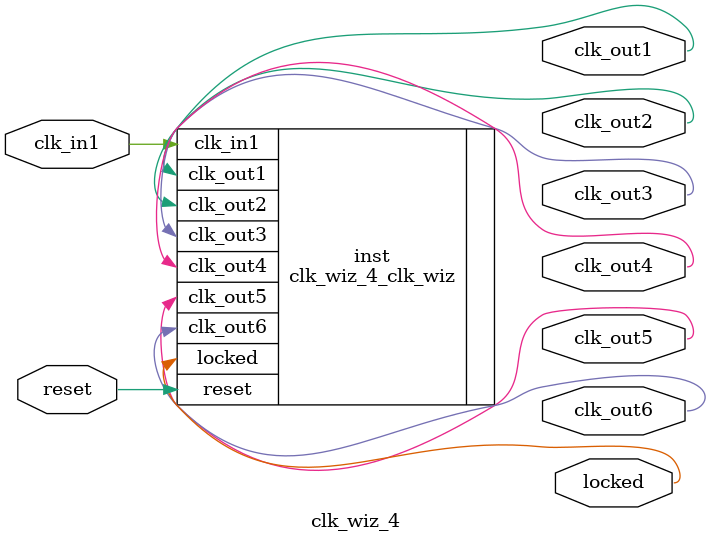
<source format=v>


`timescale 1ps/1ps

(* CORE_GENERATION_INFO = "clk_wiz_4,clk_wiz_v6_0_3_0_0,{component_name=clk_wiz_4,use_phase_alignment=true,use_min_o_jitter=false,use_max_i_jitter=false,use_dyn_phase_shift=false,use_inclk_switchover=false,use_dyn_reconfig=false,enable_axi=0,feedback_source=FDBK_AUTO,PRIMITIVE=PLL,num_out_clk=6,clkin1_period=10.000,clkin2_period=10.000,use_power_down=false,use_reset=true,use_locked=true,use_inclk_stopped=false,feedback_type=SINGLE,CLOCK_MGR_TYPE=NA,manual_override=false}" *)

module clk_wiz_4 
 (
  // Clock out ports
  output        clk_out1,
  output        clk_out2,
  output        clk_out3,
  output        clk_out4,
  output        clk_out5,
  output        clk_out6,
  // Status and control signals
  input         reset,
  output        locked,
 // Clock in ports
  input         clk_in1
 );

  clk_wiz_4_clk_wiz inst
  (
  // Clock out ports  
  .clk_out1(clk_out1),
  .clk_out2(clk_out2),
  .clk_out3(clk_out3),
  .clk_out4(clk_out4),
  .clk_out5(clk_out5),
  .clk_out6(clk_out6),
  // Status and control signals               
  .reset(reset), 
  .locked(locked),
 // Clock in ports
  .clk_in1(clk_in1)
  );

endmodule

</source>
